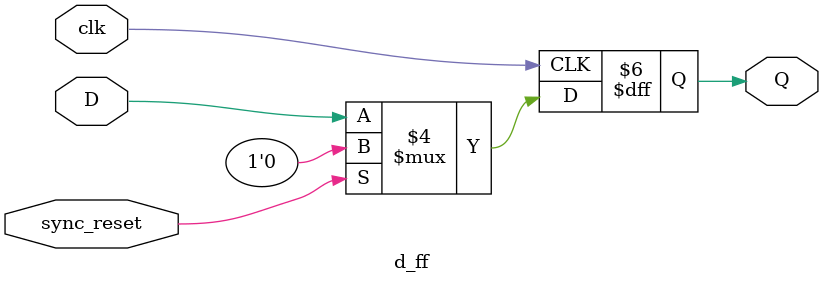
<source format=v>
`timescale 1ns / 1ps


module d_ff(D,clk,sync_reset,Q);
input D,clk,sync_reset; 
output reg Q;  
always @(posedge clk) 
begin
 if(sync_reset==1'b1)
  Q<=1'b0; 
 else 
  Q<=D; 
end 
endmodule

</source>
